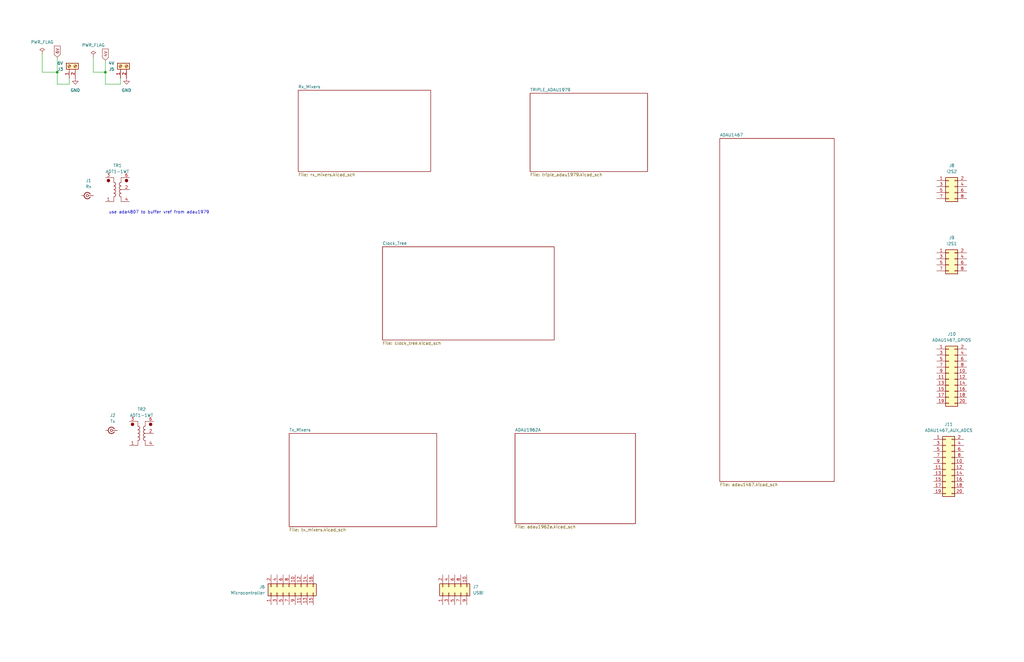
<source format=kicad_sch>
(kicad_sch (version 20250114) (generator "eeschema") (generator_version "9.0")
  (paper "B")
  (title_block (title "HF Software Defined Radio with 32 Phase Polyphase Mixer") (date "2025-12-31") (rev "0.0") (company "Andy McCann KA3KAF and Doug McCann KA3KAG"))
  (lib_symbols
    (symbol "Connector:Conn_Coaxial_Small" (pin_numbers (hide yes)) (pin_names (offset 1.016) (hide yes))
      (property "Reference" "J" (at 0.254 3.048 0))
      (property "Value" "Conn_Coaxial_Small" (at 0 -3.81 0))
      (symbol "Conn_Coaxial_Small_0_1"
        (polyline (pts (xy -2.54 0) (xy -0.508 0)))
        (circle (center 0 0) (radius 0.508) (stroke (width 0.2032)))
      )
      (symbol "Conn_Coaxial_Small_1_1"
        (arc (start 1.3484 0.0039) (mid 0.327 -1.308) (end -1.1916 -0.6311) (stroke (width 0.3048)))
        (arc (start -1.1916 0.6311) (mid 0.327 1.3081) (end 1.3484 -0.0039) (stroke (width 0.3048)))
        (pin passive line (at -2.54 0 0) (length 1.27) (name "In") (number "1"))
        (pin passive line (at 2.54 0 180) (length 1.27) (name "Ext") (number "2"))
      )
    )
    (symbol "Connector:Screw_Terminal_01x02" (pin_names (offset 1.016) (hide yes))
      (property "Reference" "J" (at 0 2.54 0))
      (property "Value" "Screw_Terminal_01x02" (at 0 -5.08 0))
      (symbol "Screw_Terminal_01x02_1_1"
        (rectangle (start -1.27 1.27) (end 1.27 -3.81) (stroke (width 0.254)) (fill (type background)))
        (polyline (pts (xy -0.5334 0.3302) (xy 0.3302 -0.508)) (stroke (width 0.1524)))
        (polyline (pts (xy -0.5334 -2.2098) (xy 0.3302 -3.048)) (stroke (width 0.1524)))
        (polyline (pts (xy -0.3556 0.508) (xy 0.508 -0.3302)) (stroke (width 0.1524)))
        (polyline (pts (xy -0.3556 -2.032) (xy 0.508 -2.8702)) (stroke (width 0.1524)))
        (circle (center 0 0) (radius 0.635) (stroke (width 0.1524)))
        (circle (center 0 -2.54) (radius 0.635) (stroke (width 0.1524)))
        (pin passive line (at -5.08 0 0) (length 3.81) (name "Pin_1") (number "1"))
        (pin passive line (at -5.08 -2.54 0) (length 3.81) (name "Pin_2") (number "2"))
      )
    )
    (symbol "Connector_Generic:Conn_02x04_Odd_Even" (pin_names (offset 1.016) (hide yes))
      (property "Reference" "J" (at 1.27 5.08 0))
      (property "Value" "Conn_02x04_Odd_Even" (at 1.27 -7.62 0))
      (symbol "Conn_02x04_Odd_Even_1_1"
        (rectangle (start -1.27 3.81) (end 3.81 -6.35) (stroke (width 0.254)) (fill (type background)))
        (rectangle (start -1.27 2.667) (end 0 2.413) (stroke (width 0.1524)))
        (rectangle (start -1.27 0.127) (end 0 -0.127) (stroke (width 0.1524)))
        (rectangle (start -1.27 -2.413) (end 0 -2.667) (stroke (width 0.1524)))
        (rectangle (start -1.27 -4.953) (end 0 -5.207) (stroke (width 0.1524)))
        (rectangle (start 3.81 2.667) (end 2.54 2.413) (stroke (width 0.1524)))
        (rectangle (start 3.81 0.127) (end 2.54 -0.127) (stroke (width 0.1524)))
        (rectangle (start 3.81 -2.413) (end 2.54 -2.667) (stroke (width 0.1524)))
        (rectangle (start 3.81 -4.953) (end 2.54 -5.207) (stroke (width 0.1524)))
        (pin passive line (at -5.08 2.54 0) (length 3.81) (name "Pin_1") (number "1"))
        (pin passive line (at -5.08 0 0) (length 3.81) (name "Pin_3") (number "3"))
        (pin passive line (at -5.08 -2.54 0) (length 3.81) (name "Pin_5") (number "5"))
        (pin passive line (at -5.08 -5.08 0) (length 3.81) (name "Pin_7") (number "7"))
        (pin passive line (at 7.62 2.54 180) (length 3.81) (name "Pin_2") (number "2"))
        (pin passive line (at 7.62 0 180) (length 3.81) (name "Pin_4") (number "4"))
        (pin passive line (at 7.62 -2.54 180) (length 3.81) (name "Pin_6") (number "6"))
        (pin passive line (at 7.62 -5.08 180) (length 3.81) (name "Pin_8") (number "8"))
      )
    )
    (symbol "Connector_Generic:Conn_02x05_Odd_Even" (pin_names (offset 1.016) (hide yes))
      (property "Reference" "J" (at 1.27 7.62 0))
      (property "Value" "Conn_02x05_Odd_Even" (at 1.27 -7.62 0))
      (symbol "Conn_02x05_Odd_Even_1_1"
        (rectangle (start -1.27 6.35) (end 3.81 -6.35) (stroke (width 0.254)) (fill (type background)))
        (rectangle (start -1.27 5.207) (end 0 4.953) (stroke (width 0.1524)))
        (rectangle (start -1.27 2.667) (end 0 2.413) (stroke (width 0.1524)))
        (rectangle (start -1.27 0.127) (end 0 -0.127) (stroke (width 0.1524)))
        (rectangle (start -1.27 -2.413) (end 0 -2.667) (stroke (width 0.1524)))
        (rectangle (start -1.27 -4.953) (end 0 -5.207) (stroke (width 0.1524)))
        (rectangle (start 3.81 5.207) (end 2.54 4.953) (stroke (width 0.1524)))
        (rectangle (start 3.81 2.667) (end 2.54 2.413) (stroke (width 0.1524)))
        (rectangle (start 3.81 0.127) (end 2.54 -0.127) (stroke (width 0.1524)))
        (rectangle (start 3.81 -2.413) (end 2.54 -2.667) (stroke (width 0.1524)))
        (rectangle (start 3.81 -4.953) (end 2.54 -5.207) (stroke (width 0.1524)))
        (pin passive line (at -5.08 5.08 0) (length 3.81) (name "Pin_1") (number "1"))
        (pin passive line (at -5.08 2.54 0) (length 3.81) (name "Pin_3") (number "3"))
        (pin passive line (at -5.08 0 0) (length 3.81) (name "Pin_5") (number "5"))
        (pin passive line (at -5.08 -2.54 0) (length 3.81) (name "Pin_7") (number "7"))
        (pin passive line (at -5.08 -5.08 0) (length 3.81) (name "Pin_9") (number "9"))
        (pin passive line (at 7.62 5.08 180) (length 3.81) (name "Pin_2") (number "2"))
        (pin passive line (at 7.62 2.54 180) (length 3.81) (name "Pin_4") (number "4"))
        (pin passive line (at 7.62 0 180) (length 3.81) (name "Pin_6") (number "6"))
        (pin passive line (at 7.62 -2.54 180) (length 3.81) (name "Pin_8") (number "8"))
        (pin passive line (at 7.62 -5.08 180) (length 3.81) (name "Pin_10") (number "10"))
      )
    )
    (symbol "Connector_Generic:Conn_02x08_Odd_Even" (pin_names (offset 1.016) (hide yes))
      (property "Reference" "J" (at 1.27 10.16 0))
      (property "Value" "Conn_02x08_Odd_Even" (at 1.27 -12.7 0))
      (symbol "Conn_02x08_Odd_Even_1_1"
        (rectangle (start -1.27 8.89) (end 3.81 -11.43) (stroke (width 0.254)) (fill (type background)))
        (rectangle (start -1.27 7.747) (end 0 7.493) (stroke (width 0.1524)))
        (rectangle (start -1.27 5.207) (end 0 4.953) (stroke (width 0.1524)))
        (rectangle (start -1.27 2.667) (end 0 2.413) (stroke (width 0.1524)))
        (rectangle (start -1.27 0.127) (end 0 -0.127) (stroke (width 0.1524)))
        (rectangle (start -1.27 -2.413) (end 0 -2.667) (stroke (width 0.1524)))
        (rectangle (start -1.27 -4.953) (end 0 -5.207) (stroke (width 0.1524)))
        (rectangle (start -1.27 -7.493) (end 0 -7.747) (stroke (width 0.1524)))
        (rectangle (start -1.27 -10.033) (end 0 -10.287) (stroke (width 0.1524)))
        (rectangle (start 3.81 7.747) (end 2.54 7.493) (stroke (width 0.1524)))
        (rectangle (start 3.81 5.207) (end 2.54 4.953) (stroke (width 0.1524)))
        (rectangle (start 3.81 2.667) (end 2.54 2.413) (stroke (width 0.1524)))
        (rectangle (start 3.81 0.127) (end 2.54 -0.127) (stroke (width 0.1524)))
        (rectangle (start 3.81 -2.413) (end 2.54 -2.667) (stroke (width 0.1524)))
        (rectangle (start 3.81 -4.953) (end 2.54 -5.207) (stroke (width 0.1524)))
        (rectangle (start 3.81 -7.493) (end 2.54 -7.747) (stroke (width 0.1524)))
        (rectangle (start 3.81 -10.033) (end 2.54 -10.287) (stroke (width 0.1524)))
        (pin passive line (at -5.08 7.62 0) (length 3.81) (name "Pin_1") (number "1"))
        (pin passive line (at -5.08 5.08 0) (length 3.81) (name "Pin_3") (number "3"))
        (pin passive line (at -5.08 2.54 0) (length 3.81) (name "Pin_5") (number "5"))
        (pin passive line (at -5.08 0 0) (length 3.81) (name "Pin_7") (number "7"))
        (pin passive line (at -5.08 -2.54 0) (length 3.81) (name "Pin_9") (number "9"))
        (pin passive line (at -5.08 -5.08 0) (length 3.81) (name "Pin_11") (number "11"))
        (pin passive line (at -5.08 -7.62 0) (length 3.81) (name "Pin_13") (number "13"))
        (pin passive line (at -5.08 -10.16 0) (length 3.81) (name "Pin_15") (number "15"))
        (pin passive line (at 7.62 7.62 180) (length 3.81) (name "Pin_2") (number "2"))
        (pin passive line (at 7.62 5.08 180) (length 3.81) (name "Pin_4") (number "4"))
        (pin passive line (at 7.62 2.54 180) (length 3.81) (name "Pin_6") (number "6"))
        (pin passive line (at 7.62 0 180) (length 3.81) (name "Pin_8") (number "8"))
        (pin passive line (at 7.62 -2.54 180) (length 3.81) (name "Pin_10") (number "10"))
        (pin passive line (at 7.62 -5.08 180) (length 3.81) (name "Pin_12") (number "12"))
        (pin passive line (at 7.62 -7.62 180) (length 3.81) (name "Pin_14") (number "14"))
        (pin passive line (at 7.62 -10.16 180) (length 3.81) (name "Pin_16") (number "16"))
      )
    )
    (symbol "Connector_Generic:Conn_02x10_Odd_Even" (pin_names (offset 1.016) (hide yes))
      (property "Reference" "J" (at 1.27 12.7 0))
      (property "Value" "Conn_02x10_Odd_Even" (at 1.27 -15.24 0))
      (symbol "Conn_02x10_Odd_Even_1_1"
        (rectangle (start -1.27 11.43) (end 3.81 -13.97) (stroke (width 0.254)) (fill (type background)))
        (rectangle (start -1.27 10.287) (end 0 10.033) (stroke (width 0.1524)))
        (rectangle (start -1.27 7.747) (end 0 7.493) (stroke (width 0.1524)))
        (rectangle (start -1.27 5.207) (end 0 4.953) (stroke (width 0.1524)))
        (rectangle (start -1.27 2.667) (end 0 2.413) (stroke (width 0.1524)))
        (rectangle (start -1.27 0.127) (end 0 -0.127) (stroke (width 0.1524)))
        (rectangle (start -1.27 -2.413) (end 0 -2.667) (stroke (width 0.1524)))
        (rectangle (start -1.27 -4.953) (end 0 -5.207) (stroke (width 0.1524)))
        (rectangle (start -1.27 -7.493) (end 0 -7.747) (stroke (width 0.1524)))
        (rectangle (start -1.27 -10.033) (end 0 -10.287) (stroke (width 0.1524)))
        (rectangle (start -1.27 -12.573) (end 0 -12.827) (stroke (width 0.1524)))
        (rectangle (start 3.81 10.287) (end 2.54 10.033) (stroke (width 0.1524)))
        (rectangle (start 3.81 7.747) (end 2.54 7.493) (stroke (width 0.1524)))
        (rectangle (start 3.81 5.207) (end 2.54 4.953) (stroke (width 0.1524)))
        (rectangle (start 3.81 2.667) (end 2.54 2.413) (stroke (width 0.1524)))
        (rectangle (start 3.81 0.127) (end 2.54 -0.127) (stroke (width 0.1524)))
        (rectangle (start 3.81 -2.413) (end 2.54 -2.667) (stroke (width 0.1524)))
        (rectangle (start 3.81 -4.953) (end 2.54 -5.207) (stroke (width 0.1524)))
        (rectangle (start 3.81 -7.493) (end 2.54 -7.747) (stroke (width 0.1524)))
        (rectangle (start 3.81 -10.033) (end 2.54 -10.287) (stroke (width 0.1524)))
        (rectangle (start 3.81 -12.573) (end 2.54 -12.827) (stroke (width 0.1524)))
        (pin passive line (at -5.08 10.16 0) (length 3.81) (name "Pin_1") (number "1"))
        (pin passive line (at -5.08 7.62 0) (length 3.81) (name "Pin_3") (number "3"))
        (pin passive line (at -5.08 5.08 0) (length 3.81) (name "Pin_5") (number "5"))
        (pin passive line (at -5.08 2.54 0) (length 3.81) (name "Pin_7") (number "7"))
        (pin passive line (at -5.08 0 0) (length 3.81) (name "Pin_9") (number "9"))
        (pin passive line (at -5.08 -2.54 0) (length 3.81) (name "Pin_11") (number "11"))
        (pin passive line (at -5.08 -5.08 0) (length 3.81) (name "Pin_13") (number "13"))
        (pin passive line (at -5.08 -7.62 0) (length 3.81) (name "Pin_15") (number "15"))
        (pin passive line (at -5.08 -10.16 0) (length 3.81) (name "Pin_17") (number "17"))
        (pin passive line (at -5.08 -12.7 0) (length 3.81) (name "Pin_19") (number "19"))
        (pin passive line (at 7.62 10.16 180) (length 3.81) (name "Pin_2") (number "2"))
        (pin passive line (at 7.62 7.62 180) (length 3.81) (name "Pin_4") (number "4"))
        (pin passive line (at 7.62 5.08 180) (length 3.81) (name "Pin_6") (number "6"))
        (pin passive line (at 7.62 2.54 180) (length 3.81) (name "Pin_8") (number "8"))
        (pin passive line (at 7.62 0 180) (length 3.81) (name "Pin_10") (number "10"))
        (pin passive line (at 7.62 -2.54 180) (length 3.81) (name "Pin_12") (number "12"))
        (pin passive line (at 7.62 -5.08 180) (length 3.81) (name "Pin_14") (number "14"))
        (pin passive line (at 7.62 -7.62 180) (length 3.81) (name "Pin_16") (number "16"))
        (pin passive line (at 7.62 -10.16 180) (length 3.81) (name "Pin_18") (number "18"))
        (pin passive line (at 7.62 -12.7 180) (length 3.81) (name "Pin_20") (number "20"))
      )
    )
    (symbol "Transformer:ADT1-1WT" (pin_names (hide yes))
      (property "Reference" "TR" (at 0 6.35 0))
      (property "Value" "ADT1-1WT" (at 0 -6.985 0))
      (symbol "ADT1-1WT_0_1"
        (circle (center -3.81 3.81) (radius 0.635) (fill (type outline)))
        (polyline (pts (xy -2.54 5.08) (xy -1.524 5.08) (xy -1.524 3.048)) (stroke (width 0.1524)))
        (arc (start -1.524 3.048) (mid -0.7653 2.286) (end -1.524 1.524) (stroke (width 0.2032)))
        (arc (start -1.524 1.524) (mid -0.7653 0.762) (end -1.524 0) (stroke (width 0.2032)))
        (arc (start -1.524 0) (mid -0.7653 -0.762) (end -1.524 -1.524) (stroke (width 0.2032)))
        (arc (start -1.524 -1.524) (mid -0.7653 -2.286) (end -1.524 -3.048) (stroke (width 0.2032)))
        (polyline (pts (xy -1.524 -3.048) (xy -1.524 -5.08) (xy -2.54 -5.08)) (stroke (width 0.1524)))
        (polyline (pts (xy 1.524 3.048) (xy 1.524 5.08) (xy 2.54 5.08)) (stroke (width 0.1524)))
        (arc (start 1.524 1.524) (mid 0.7653 2.286) (end 1.524 3.048) (stroke (width 0.2032)))
        (arc (start 1.524 0) (mid 0.7653 0.762) (end 1.524 1.524) (stroke (width 0.2032)))
        (arc (start 1.524 -1.524) (mid 0.7653 -0.762) (end 1.524 0) (stroke (width 0.2032)))
        (arc (start 1.524 -3.048) (mid 0.7653 -2.286) (end 1.524 -1.524) (stroke (width 0.2032)))
        (polyline (pts (xy 2.54 0) (xy 1.27 0)) (stroke (width 0.1524)))
        (polyline (pts (xy 2.54 -5.08) (xy 1.524 -5.08) (xy 1.524 -3.048)) (stroke (width 0.1524)))
        (circle (center 3.81 3.81) (radius 0.635) (fill (type outline)))
      )
      (symbol "ADT1-1WT_1_1"
        (pin passive line (at -5.08 5.08 0) (length 2.54) (name "~") (number "3"))
        (pin passive line (at -5.08 -5.08 0) (length 2.54) (name "~") (number "1"))
        (pin no_connect line (at -2.54 0 0) (length 2.54) (hide yes) (name "~") (number "5"))
        (pin passive line (at 5.08 5.08 180) (length 2.54) (name "~") (number "6"))
        (pin passive line (at 5.08 0 180) (length 2.54) (name "~") (number "2"))
        (pin passive line (at 5.08 -5.08 180) (length 2.54) (name "~") (number "4"))
      )
    )
    (symbol "power:GND" (power) (pin_numbers (hide yes)) (pin_names (offset 0) (hide yes))
      (property "Value" "GND" (at 0 -3.81 0))
      (symbol "GND_0_1"
        (polyline (pts (xy 0 0) (xy 0 -1.27) (xy 1.27 -1.27) (xy 0 -2.54) (xy -1.27 -1.27) (xy 0 -1.27)))
      )
      (symbol "GND_1_1"
        (pin power_in line (at 0 0 270) (length 0) (name "~") (number "1"))
      )
    )
    (symbol "power:PWR_FLAG" (power) (pin_numbers (hide yes)) (pin_names (offset 0) (hide yes))
      (property "Value" "PWR_FLAG" (at 0 3.81 0))
      (symbol "PWR_FLAG_0_0"
        (pin power_out line (at 0 0 90) (length 0) (name "~") (number "1"))
      )
      (symbol "PWR_FLAG_0_1"
        (polyline (pts (xy 0 0) (xy 0 1.27) (xy -1.016 1.905) (xy 0 2.54) (xy 1.016 1.905) (xy 0 1.27)))
      )
    )
  )
  (text "use ada4807 to buffer vref from adau1979" (at 67.056 89.662 0) (effects (font (size 1.27 1.27))))
  (junction (at 24.13 30.48))
  (junction (at 44.45 30.48))
  (wire (pts (xy 39.37 30.48) (xy 44.45 30.48)))
  (wire (pts (xy 39.37 24.13) (xy 39.37 30.48)))
  (wire (pts (xy 24.13 30.48) (xy 24.13 35.56)))
  (wire (pts (xy 17.78 22.86) (xy 17.78 30.48)))
  (wire (pts (xy 17.78 30.48) (xy 24.13 30.48)))
  (wire (pts (xy 50.8 33.02) (xy 50.8 35.56)))
  (wire (pts (xy 24.13 24.13) (xy 24.13 30.48)))
  (wire (pts (xy 50.8 35.56) (xy 44.45 35.56)))
  (wire (pts (xy 44.45 25.4) (xy 44.45 30.48)))
  (wire (pts (xy 29.21 35.56) (xy 24.13 35.56)))
  (wire (pts (xy 44.45 30.48) (xy 44.45 35.56)))
  (wire (pts (xy 29.21 33.02) (xy 29.21 35.56)))
  (global_label "4V" (shape input) (at 44.45 25.4 90) (property "Intersheetrefs" "${INTERSHEET_REFS}" (effects (hide yes))))
  (global_label "6V" (shape input) (at 24.13 24.13 90) (property "Intersheetrefs" "${INTERSHEET_REFS}" (effects (hide yes))))
  (symbol (lib_id "Connector:Screw_Terminal_01x02") (at 50.8 27.94 90) (unit 1)
    (property "Reference" "J5" (at 48.26 29.2101 90) (effects (justify left)))
    (property "Value" "4V" (at 48.26 26.6701 90) (effects (justify left)))
    (property "Description" "Generic screw terminal, single row, 01x02, script generated (kicad-library-utils/schlib/autogen/connector/)" (effects (hide yes)))
  )
  (symbol (lib_id "power:PWR_FLAG") (at 17.78 22.86 0) (unit 1)
    (property "Reference" "#FLG03" (effects (hide yes)))
    (property "Value" "PWR_FLAG" (at 17.78 17.78 0))
    (property "Description" "Special symbol for telling ERC where power comes from" (effects (hide yes)))
  )
  (symbol (lib_id "Connector_Generic:Conn_02x08_Odd_Even") (at 121.92 250.19 90) (unit 1)
    (property "Reference" "J6" (at 111.76 247.6499 90) (effects (justify left)))
    (property "Value" "Microcontroller" (at 111.76 250.1899 90) (effects (justify left)))
    (property "Description" "Generic connector, double row, 02x08, odd/even pin numbering scheme (row 1 odd numbers, row 2 even numbers), script generated (kicad-library-utils/schlib/autogen/connector/)" (effects (hide yes)))
  )
  (symbol (lib_id "Connector_Generic:Conn_02x05_Odd_Even") (at 191.77 250.19 90) (unit 1)
    (property "Reference" "J7" (at 199.39 247.6499 90) (effects (justify right)))
    (property "Value" "USBi" (at 199.39 250.1899 90) (effects (justify right)))
    (property "Description" "Generic connector, double row, 02x05, odd/even pin numbering scheme (row 1 odd numbers, row 2 even numbers), script generated (kicad-library-utils/schlib/autogen/connector/)" (effects (hide yes)))
  )
  (symbol (lib_id "Connector:Screw_Terminal_01x02") (at 29.21 27.94 90) (unit 1)
    (property "Reference" "J3" (at 26.67 29.2101 90) (effects (justify left)))
    (property "Value" "6V" (at 26.67 26.6701 90) (effects (justify left)))
    (property "Description" "Generic screw terminal, single row, 01x02, script generated (kicad-library-utils/schlib/autogen/connector/)" (effects (hide yes)))
  )
  (symbol (lib_id "Connector_Generic:Conn_02x04_Odd_Even") (at 400.05 109.22 0) (unit 1)
    (property "Reference" "J9" (at 401.32 100.33 0))
    (property "Value" "I2S1" (at 401.32 102.87 0))
    (property "Description" "Generic connector, double row, 02x04, odd/even pin numbering scheme (row 1 odd numbers, row 2 even numbers), script generated (kicad-library-utils/schlib/autogen/connector/)" (effects (hide yes)))
  )
  (symbol (lib_id "Transformer:ADT1-1WT") (at 59.69 182.88 0) (unit 1)
    (property "Reference" "TR2" (at 59.69 172.72 0))
    (property "Value" "ADT1-1WT" (at 59.69 175.26 0))
    (property "Footprint" "RF_Mini-Circuits:Mini-Circuits_CD542_H2.84mm" (effects (hide yes)))
    (property "Datasheet" "https://www.minicircuits.com/pdfs/ADT1-1WT.pdf" (effects (hide yes)))
    (property "Description" "0.005-125MHz 1:1 RF Transformer, Unbalanced to Balanced Center Tap, CD542" (effects (hide yes)))
  )
  (symbol (lib_id "Connector:Conn_Coaxial_Small") (at 36.83 82.55 180) (unit 1)
    (property "Reference" "J1" (at 37.3495 76.2 0))
    (property "Value" "Rx" (at 37.3495 78.74 0))
    (property "Description" "small coaxial connector (BNC, SMA, SMB, SMC, Cinch/RCA, LEMO, ...)" (effects (hide yes)))
  )
  (symbol (lib_id "Connector:Conn_Coaxial_Small") (at 46.99 181.61 180) (unit 1)
    (property "Reference" "J2" (at 47.5095 175.26 0))
    (property "Value" "Tx" (at 47.5095 177.8 0))
    (property "Description" "small coaxial connector (BNC, SMA, SMB, SMC, Cinch/RCA, LEMO, ...)" (effects (hide yes)))
  )
  (symbol (lib_id "Connector_Generic:Conn_02x04_Odd_Even") (at 400.05 78.74 0) (unit 1)
    (property "Reference" "J8" (at 401.32 69.85 0))
    (property "Value" "I2S2" (at 401.32 72.39 0))
    (property "Description" "Generic connector, double row, 02x04, odd/even pin numbering scheme (row 1 odd numbers, row 2 even numbers), script generated (kicad-library-utils/schlib/autogen/connector/)" (effects (hide yes)))
  )
  (symbol (lib_id "Connector_Generic:Conn_02x10_Odd_Even") (at 398.78 195.58 0) (unit 1)
    (property "Reference" "J11" (at 400.05 179.07 0))
    (property "Value" "ADAU1467_AUX_ADCS" (at 400.05 181.61 0))
    (property "Description" "Generic connector, double row, 02x10, odd/even pin numbering scheme (row 1 odd numbers, row 2 even numbers), script generated (kicad-library-utils/schlib/autogen/connector/)" (effects (hide yes)))
  )
  (symbol (lib_id "Connector_Generic:Conn_02x10_Odd_Even") (at 400.05 157.48 0) (unit 1)
    (property "Reference" "J10" (at 401.32 140.97 0))
    (property "Value" "ADAU1467_GPIOS" (at 401.32 143.51 0))
    (property "Description" "Generic connector, double row, 02x10, odd/even pin numbering scheme (row 1 odd numbers, row 2 even numbers), script generated (kicad-library-utils/schlib/autogen/connector/)" (effects (hide yes)))
  )
  (symbol (lib_id "power:GND") (at 53.34 33.02 0) (unit 1)
    (property "Reference" "#PWR01" (effects (hide yes)))
    (property "Value" "GND" (at 53.34 38.1 0))
    (property "Description" "Power symbol creates a global label with name \"GND\" , ground" (effects (hide yes)))
  )
  (symbol (lib_id "Transformer:ADT1-1WT") (at 49.53 80.01 0) (unit 1)
    (property "Reference" "TR1" (at 49.53 69.85 0))
    (property "Value" "ADT1-1WT" (at 49.53 72.39 0))
    (property "Footprint" "RF_Mini-Circuits:Mini-Circuits_CD542_H2.84mm" (effects (hide yes)))
    (property "Datasheet" "https://www.minicircuits.com/pdfs/ADT1-1WT.pdf" (effects (hide yes)))
    (property "Description" "0.005-125MHz 1:1 RF Transformer, Unbalanced to Balanced Center Tap, CD542" (effects (hide yes)))
  )
  (symbol (lib_id "power:PWR_FLAG") (at 39.37 24.13 0) (unit 1)
    (property "Reference" "#FLG02" (effects (hide yes)))
    (property "Value" "PWR_FLAG" (at 39.37 19.05 0))
    (property "Description" "Special symbol for telling ERC where power comes from" (effects (hide yes)))
  )
  (symbol (lib_id "power:GND") (at 31.75 33.02 0) (unit 1)
    (property "Reference" "#PWR03" (effects (hide yes)))
    (property "Value" "GND" (at 31.75 38.1 0))
    (property "Description" "Power symbol creates a global label with name \"GND\" , ground" (effects (hide yes)))
  )
  (sheet (at 217.17 182.88) (size 50.8 38.1) (stroke (width 0.1524))
    (property "Sheetname" "ADAU1962A" (at 217.17 182.1684 0) (effects (justify left bottom)))
    (property "Sheetfile" "adau1962a.kicad_sch" (at 217.17 221.5646 0) (effects (justify left top)))
  )
  (sheet (at 161.29 104.14) (size 72.39 39.37) (stroke (width 0.1524))
    (property "Sheetname" "Clock_Tree" (at 161.29 103.4284 0) (effects (justify left bottom)))
    (property "Sheetfile" "clock_tree.kicad_sch" (at 161.29 144.0946 0) (effects (justify left top)))
  )
  (sheet (at 121.92 182.88) (size 62.23 39.37) (stroke (width 0.1524))
    (property "Sheetname" "Tx_Mixers" (at 121.92 182.1684 0) (effects (justify left bottom)))
    (property "Sheetfile" "tx_mixers.kicad_sch" (at 121.92 222.8346 0) (effects (justify left top)))
  )
  (sheet (at 223.52 39.37) (size 49.53 33.02) (stroke (width 0.1524))
    (property "Sheetname" "TRIPLE_ADAU1979" (at 223.52 38.6584 0) (effects (justify left bottom)))
    (property "Sheetfile" "triple_adau1979.kicad_sch" (at 223.52 72.9746 0) (effects (justify left top)))
  )
  (sheet (at 125.73 38.1) (size 55.88 34.29) (stroke (width 0.1524))
    (property "Sheetname" "Rx_Mixers" (at 125.73 37.3884 0) (effects (justify left bottom)))
    (property "Sheetfile" "rx_mixers.kicad_sch" (at 125.73 72.9746 0) (effects (justify left top)))
  )
  (sheet (at 303.53 58.42) (size 48.26 144.78) (stroke (width 0.1524))
    (property "Sheetname" "ADAU1467" (at 303.53 57.7084 0) (effects (justify left bottom)))
    (property "Sheetfile" "adau1467.kicad_sch" (at 303.53 203.7846 0) (effects (justify left top)))
  )
)
</source>
